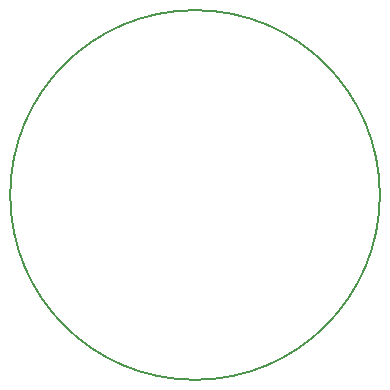
<source format=gbr>
G04 #@! TF.FileFunction,Profile,NP*
%FSLAX46Y46*%
G04 Gerber Fmt 4.6, Leading zero omitted, Abs format (unit mm)*
G04 Created by KiCad (PCBNEW 4.0.2-stable) date Friday, April 15, 2016 'PMt' 05:49:26 PM*
%MOMM*%
G01*
G04 APERTURE LIST*
%ADD10C,0.100000*%
%ADD11C,0.150000*%
G04 APERTURE END LIST*
D10*
D11*
X157889369Y-99568000D02*
G75*
G03X157889369Y-99568000I-15649369J0D01*
G01*
M02*

</source>
